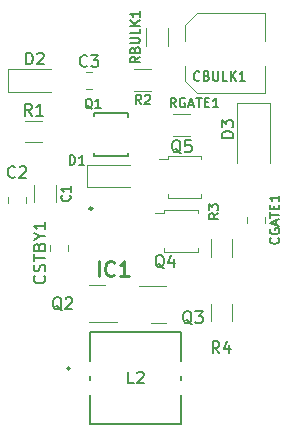
<source format=gbr>
%TF.GenerationSoftware,KiCad,Pcbnew,7.0.9*%
%TF.CreationDate,2024-04-10T11:27:04+02:00*%
%TF.ProjectId,Test_1_PD,54657374-5f31-45f5-9044-2e6b69636164,rev?*%
%TF.SameCoordinates,Original*%
%TF.FileFunction,Legend,Top*%
%TF.FilePolarity,Positive*%
%FSLAX46Y46*%
G04 Gerber Fmt 4.6, Leading zero omitted, Abs format (unit mm)*
G04 Created by KiCad (PCBNEW 7.0.9) date 2024-04-10 11:27:04*
%MOMM*%
%LPD*%
G01*
G04 APERTURE LIST*
%ADD10C,0.150000*%
%ADD11C,0.254000*%
%ADD12C,0.120000*%
%ADD13C,0.152400*%
%ADD14C,0.250000*%
G04 APERTURE END LIST*
D10*
X74842261Y-140575057D02*
X74747023Y-140527438D01*
X74747023Y-140527438D02*
X74651785Y-140432200D01*
X74651785Y-140432200D02*
X74508928Y-140289342D01*
X74508928Y-140289342D02*
X74413690Y-140241723D01*
X74413690Y-140241723D02*
X74318452Y-140241723D01*
X74366071Y-140479819D02*
X74270833Y-140432200D01*
X74270833Y-140432200D02*
X74175595Y-140336961D01*
X74175595Y-140336961D02*
X74127976Y-140146485D01*
X74127976Y-140146485D02*
X74127976Y-139813152D01*
X74127976Y-139813152D02*
X74175595Y-139622676D01*
X74175595Y-139622676D02*
X74270833Y-139527438D01*
X74270833Y-139527438D02*
X74366071Y-139479819D01*
X74366071Y-139479819D02*
X74556547Y-139479819D01*
X74556547Y-139479819D02*
X74651785Y-139527438D01*
X74651785Y-139527438D02*
X74747023Y-139622676D01*
X74747023Y-139622676D02*
X74794642Y-139813152D01*
X74794642Y-139813152D02*
X74794642Y-140146485D01*
X74794642Y-140146485D02*
X74747023Y-140336961D01*
X74747023Y-140336961D02*
X74651785Y-140432200D01*
X74651785Y-140432200D02*
X74556547Y-140479819D01*
X74556547Y-140479819D02*
X74366071Y-140479819D01*
X75175595Y-139575057D02*
X75223214Y-139527438D01*
X75223214Y-139527438D02*
X75318452Y-139479819D01*
X75318452Y-139479819D02*
X75556547Y-139479819D01*
X75556547Y-139479819D02*
X75651785Y-139527438D01*
X75651785Y-139527438D02*
X75699404Y-139575057D01*
X75699404Y-139575057D02*
X75747023Y-139670295D01*
X75747023Y-139670295D02*
X75747023Y-139765533D01*
X75747023Y-139765533D02*
X75699404Y-139908390D01*
X75699404Y-139908390D02*
X75127976Y-140479819D01*
X75127976Y-140479819D02*
X75747023Y-140479819D01*
X86498810Y-121061104D02*
X86460714Y-121099200D01*
X86460714Y-121099200D02*
X86346429Y-121137295D01*
X86346429Y-121137295D02*
X86270238Y-121137295D01*
X86270238Y-121137295D02*
X86155952Y-121099200D01*
X86155952Y-121099200D02*
X86079762Y-121023009D01*
X86079762Y-121023009D02*
X86041667Y-120946819D01*
X86041667Y-120946819D02*
X86003571Y-120794438D01*
X86003571Y-120794438D02*
X86003571Y-120680152D01*
X86003571Y-120680152D02*
X86041667Y-120527771D01*
X86041667Y-120527771D02*
X86079762Y-120451580D01*
X86079762Y-120451580D02*
X86155952Y-120375390D01*
X86155952Y-120375390D02*
X86270238Y-120337295D01*
X86270238Y-120337295D02*
X86346429Y-120337295D01*
X86346429Y-120337295D02*
X86460714Y-120375390D01*
X86460714Y-120375390D02*
X86498810Y-120413485D01*
X87108333Y-120718247D02*
X87222619Y-120756342D01*
X87222619Y-120756342D02*
X87260714Y-120794438D01*
X87260714Y-120794438D02*
X87298810Y-120870628D01*
X87298810Y-120870628D02*
X87298810Y-120984914D01*
X87298810Y-120984914D02*
X87260714Y-121061104D01*
X87260714Y-121061104D02*
X87222619Y-121099200D01*
X87222619Y-121099200D02*
X87146429Y-121137295D01*
X87146429Y-121137295D02*
X86841667Y-121137295D01*
X86841667Y-121137295D02*
X86841667Y-120337295D01*
X86841667Y-120337295D02*
X87108333Y-120337295D01*
X87108333Y-120337295D02*
X87184524Y-120375390D01*
X87184524Y-120375390D02*
X87222619Y-120413485D01*
X87222619Y-120413485D02*
X87260714Y-120489676D01*
X87260714Y-120489676D02*
X87260714Y-120565866D01*
X87260714Y-120565866D02*
X87222619Y-120642057D01*
X87222619Y-120642057D02*
X87184524Y-120680152D01*
X87184524Y-120680152D02*
X87108333Y-120718247D01*
X87108333Y-120718247D02*
X86841667Y-120718247D01*
X87641667Y-120337295D02*
X87641667Y-120984914D01*
X87641667Y-120984914D02*
X87679762Y-121061104D01*
X87679762Y-121061104D02*
X87717857Y-121099200D01*
X87717857Y-121099200D02*
X87794048Y-121137295D01*
X87794048Y-121137295D02*
X87946429Y-121137295D01*
X87946429Y-121137295D02*
X88022619Y-121099200D01*
X88022619Y-121099200D02*
X88060714Y-121061104D01*
X88060714Y-121061104D02*
X88098810Y-120984914D01*
X88098810Y-120984914D02*
X88098810Y-120337295D01*
X88860714Y-121137295D02*
X88479762Y-121137295D01*
X88479762Y-121137295D02*
X88479762Y-120337295D01*
X89127381Y-121137295D02*
X89127381Y-120337295D01*
X89584524Y-121137295D02*
X89241666Y-120680152D01*
X89584524Y-120337295D02*
X89127381Y-120794438D01*
X90346428Y-121137295D02*
X89889285Y-121137295D01*
X90117857Y-121137295D02*
X90117857Y-120337295D01*
X90117857Y-120337295D02*
X90041666Y-120451580D01*
X90041666Y-120451580D02*
X89965476Y-120527771D01*
X89965476Y-120527771D02*
X89889285Y-120565866D01*
X71811905Y-119754819D02*
X71811905Y-118754819D01*
X71811905Y-118754819D02*
X72050000Y-118754819D01*
X72050000Y-118754819D02*
X72192857Y-118802438D01*
X72192857Y-118802438D02*
X72288095Y-118897676D01*
X72288095Y-118897676D02*
X72335714Y-118992914D01*
X72335714Y-118992914D02*
X72383333Y-119183390D01*
X72383333Y-119183390D02*
X72383333Y-119326247D01*
X72383333Y-119326247D02*
X72335714Y-119516723D01*
X72335714Y-119516723D02*
X72288095Y-119611961D01*
X72288095Y-119611961D02*
X72192857Y-119707200D01*
X72192857Y-119707200D02*
X72050000Y-119754819D01*
X72050000Y-119754819D02*
X71811905Y-119754819D01*
X72764286Y-118850057D02*
X72811905Y-118802438D01*
X72811905Y-118802438D02*
X72907143Y-118754819D01*
X72907143Y-118754819D02*
X73145238Y-118754819D01*
X73145238Y-118754819D02*
X73240476Y-118802438D01*
X73240476Y-118802438D02*
X73288095Y-118850057D01*
X73288095Y-118850057D02*
X73335714Y-118945295D01*
X73335714Y-118945295D02*
X73335714Y-119040533D01*
X73335714Y-119040533D02*
X73288095Y-119183390D01*
X73288095Y-119183390D02*
X72716667Y-119754819D01*
X72716667Y-119754819D02*
X73335714Y-119754819D01*
X76983333Y-119859580D02*
X76935714Y-119907200D01*
X76935714Y-119907200D02*
X76792857Y-119954819D01*
X76792857Y-119954819D02*
X76697619Y-119954819D01*
X76697619Y-119954819D02*
X76554762Y-119907200D01*
X76554762Y-119907200D02*
X76459524Y-119811961D01*
X76459524Y-119811961D02*
X76411905Y-119716723D01*
X76411905Y-119716723D02*
X76364286Y-119526247D01*
X76364286Y-119526247D02*
X76364286Y-119383390D01*
X76364286Y-119383390D02*
X76411905Y-119192914D01*
X76411905Y-119192914D02*
X76459524Y-119097676D01*
X76459524Y-119097676D02*
X76554762Y-119002438D01*
X76554762Y-119002438D02*
X76697619Y-118954819D01*
X76697619Y-118954819D02*
X76792857Y-118954819D01*
X76792857Y-118954819D02*
X76935714Y-119002438D01*
X76935714Y-119002438D02*
X76983333Y-119050057D01*
X77316667Y-118954819D02*
X77935714Y-118954819D01*
X77935714Y-118954819D02*
X77602381Y-119335771D01*
X77602381Y-119335771D02*
X77745238Y-119335771D01*
X77745238Y-119335771D02*
X77840476Y-119383390D01*
X77840476Y-119383390D02*
X77888095Y-119431009D01*
X77888095Y-119431009D02*
X77935714Y-119526247D01*
X77935714Y-119526247D02*
X77935714Y-119764342D01*
X77935714Y-119764342D02*
X77888095Y-119859580D01*
X77888095Y-119859580D02*
X77840476Y-119907200D01*
X77840476Y-119907200D02*
X77745238Y-119954819D01*
X77745238Y-119954819D02*
X77459524Y-119954819D01*
X77459524Y-119954819D02*
X77364286Y-119907200D01*
X77364286Y-119907200D02*
X77316667Y-119859580D01*
X72308333Y-124084819D02*
X71975000Y-123608628D01*
X71736905Y-124084819D02*
X71736905Y-123084819D01*
X71736905Y-123084819D02*
X72117857Y-123084819D01*
X72117857Y-123084819D02*
X72213095Y-123132438D01*
X72213095Y-123132438D02*
X72260714Y-123180057D01*
X72260714Y-123180057D02*
X72308333Y-123275295D01*
X72308333Y-123275295D02*
X72308333Y-123418152D01*
X72308333Y-123418152D02*
X72260714Y-123513390D01*
X72260714Y-123513390D02*
X72213095Y-123561009D01*
X72213095Y-123561009D02*
X72117857Y-123608628D01*
X72117857Y-123608628D02*
X71736905Y-123608628D01*
X73260714Y-124084819D02*
X72689286Y-124084819D01*
X72975000Y-124084819D02*
X72975000Y-123084819D01*
X72975000Y-123084819D02*
X72879762Y-123227676D01*
X72879762Y-123227676D02*
X72784524Y-123322914D01*
X72784524Y-123322914D02*
X72689286Y-123370533D01*
X93161104Y-134442856D02*
X93199200Y-134480952D01*
X93199200Y-134480952D02*
X93237295Y-134595237D01*
X93237295Y-134595237D02*
X93237295Y-134671428D01*
X93237295Y-134671428D02*
X93199200Y-134785714D01*
X93199200Y-134785714D02*
X93123009Y-134861904D01*
X93123009Y-134861904D02*
X93046819Y-134899999D01*
X93046819Y-134899999D02*
X92894438Y-134938095D01*
X92894438Y-134938095D02*
X92780152Y-134938095D01*
X92780152Y-134938095D02*
X92627771Y-134899999D01*
X92627771Y-134899999D02*
X92551580Y-134861904D01*
X92551580Y-134861904D02*
X92475390Y-134785714D01*
X92475390Y-134785714D02*
X92437295Y-134671428D01*
X92437295Y-134671428D02*
X92437295Y-134595237D01*
X92437295Y-134595237D02*
X92475390Y-134480952D01*
X92475390Y-134480952D02*
X92513485Y-134442856D01*
X92475390Y-133680952D02*
X92437295Y-133757142D01*
X92437295Y-133757142D02*
X92437295Y-133871428D01*
X92437295Y-133871428D02*
X92475390Y-133985714D01*
X92475390Y-133985714D02*
X92551580Y-134061904D01*
X92551580Y-134061904D02*
X92627771Y-134099999D01*
X92627771Y-134099999D02*
X92780152Y-134138095D01*
X92780152Y-134138095D02*
X92894438Y-134138095D01*
X92894438Y-134138095D02*
X93046819Y-134099999D01*
X93046819Y-134099999D02*
X93123009Y-134061904D01*
X93123009Y-134061904D02*
X93199200Y-133985714D01*
X93199200Y-133985714D02*
X93237295Y-133871428D01*
X93237295Y-133871428D02*
X93237295Y-133795237D01*
X93237295Y-133795237D02*
X93199200Y-133680952D01*
X93199200Y-133680952D02*
X93161104Y-133642856D01*
X93161104Y-133642856D02*
X92894438Y-133642856D01*
X92894438Y-133642856D02*
X92894438Y-133795237D01*
X93008723Y-133338095D02*
X93008723Y-132957142D01*
X93237295Y-133414285D02*
X92437295Y-133147618D01*
X92437295Y-133147618D02*
X93237295Y-132880952D01*
X92437295Y-132728571D02*
X92437295Y-132271428D01*
X93237295Y-132500000D02*
X92437295Y-132500000D01*
X92818247Y-132004761D02*
X92818247Y-131738095D01*
X93237295Y-131623809D02*
X93237295Y-132004761D01*
X93237295Y-132004761D02*
X92437295Y-132004761D01*
X92437295Y-132004761D02*
X92437295Y-131623809D01*
X93237295Y-130861904D02*
X93237295Y-131319047D01*
X93237295Y-131090475D02*
X92437295Y-131090475D01*
X92437295Y-131090475D02*
X92551580Y-131166666D01*
X92551580Y-131166666D02*
X92627771Y-131242856D01*
X92627771Y-131242856D02*
X92665866Y-131319047D01*
X83504761Y-137000057D02*
X83409523Y-136952438D01*
X83409523Y-136952438D02*
X83314285Y-136857200D01*
X83314285Y-136857200D02*
X83171428Y-136714342D01*
X83171428Y-136714342D02*
X83076190Y-136666723D01*
X83076190Y-136666723D02*
X82980952Y-136666723D01*
X83028571Y-136904819D02*
X82933333Y-136857200D01*
X82933333Y-136857200D02*
X82838095Y-136761961D01*
X82838095Y-136761961D02*
X82790476Y-136571485D01*
X82790476Y-136571485D02*
X82790476Y-136238152D01*
X82790476Y-136238152D02*
X82838095Y-136047676D01*
X82838095Y-136047676D02*
X82933333Y-135952438D01*
X82933333Y-135952438D02*
X83028571Y-135904819D01*
X83028571Y-135904819D02*
X83219047Y-135904819D01*
X83219047Y-135904819D02*
X83314285Y-135952438D01*
X83314285Y-135952438D02*
X83409523Y-136047676D01*
X83409523Y-136047676D02*
X83457142Y-136238152D01*
X83457142Y-136238152D02*
X83457142Y-136571485D01*
X83457142Y-136571485D02*
X83409523Y-136761961D01*
X83409523Y-136761961D02*
X83314285Y-136857200D01*
X83314285Y-136857200D02*
X83219047Y-136904819D01*
X83219047Y-136904819D02*
X83028571Y-136904819D01*
X84314285Y-136238152D02*
X84314285Y-136904819D01*
X84076190Y-135857200D02*
X83838095Y-136571485D01*
X83838095Y-136571485D02*
X84457142Y-136571485D01*
X80933333Y-146754819D02*
X80457143Y-146754819D01*
X80457143Y-146754819D02*
X80457143Y-145754819D01*
X81219048Y-145850057D02*
X81266667Y-145802438D01*
X81266667Y-145802438D02*
X81361905Y-145754819D01*
X81361905Y-145754819D02*
X81600000Y-145754819D01*
X81600000Y-145754819D02*
X81695238Y-145802438D01*
X81695238Y-145802438D02*
X81742857Y-145850057D01*
X81742857Y-145850057D02*
X81790476Y-145945295D01*
X81790476Y-145945295D02*
X81790476Y-146040533D01*
X81790476Y-146040533D02*
X81742857Y-146183390D01*
X81742857Y-146183390D02*
X81171429Y-146754819D01*
X81171429Y-146754819D02*
X81790476Y-146754819D01*
X81442295Y-119101189D02*
X81061342Y-119367856D01*
X81442295Y-119558332D02*
X80642295Y-119558332D01*
X80642295Y-119558332D02*
X80642295Y-119253570D01*
X80642295Y-119253570D02*
X80680390Y-119177380D01*
X80680390Y-119177380D02*
X80718485Y-119139285D01*
X80718485Y-119139285D02*
X80794676Y-119101189D01*
X80794676Y-119101189D02*
X80908961Y-119101189D01*
X80908961Y-119101189D02*
X80985152Y-119139285D01*
X80985152Y-119139285D02*
X81023247Y-119177380D01*
X81023247Y-119177380D02*
X81061342Y-119253570D01*
X81061342Y-119253570D02*
X81061342Y-119558332D01*
X81023247Y-118491666D02*
X81061342Y-118377380D01*
X81061342Y-118377380D02*
X81099438Y-118339285D01*
X81099438Y-118339285D02*
X81175628Y-118301189D01*
X81175628Y-118301189D02*
X81289914Y-118301189D01*
X81289914Y-118301189D02*
X81366104Y-118339285D01*
X81366104Y-118339285D02*
X81404200Y-118377380D01*
X81404200Y-118377380D02*
X81442295Y-118453570D01*
X81442295Y-118453570D02*
X81442295Y-118758332D01*
X81442295Y-118758332D02*
X80642295Y-118758332D01*
X80642295Y-118758332D02*
X80642295Y-118491666D01*
X80642295Y-118491666D02*
X80680390Y-118415475D01*
X80680390Y-118415475D02*
X80718485Y-118377380D01*
X80718485Y-118377380D02*
X80794676Y-118339285D01*
X80794676Y-118339285D02*
X80870866Y-118339285D01*
X80870866Y-118339285D02*
X80947057Y-118377380D01*
X80947057Y-118377380D02*
X80985152Y-118415475D01*
X80985152Y-118415475D02*
X81023247Y-118491666D01*
X81023247Y-118491666D02*
X81023247Y-118758332D01*
X80642295Y-117958332D02*
X81289914Y-117958332D01*
X81289914Y-117958332D02*
X81366104Y-117920237D01*
X81366104Y-117920237D02*
X81404200Y-117882142D01*
X81404200Y-117882142D02*
X81442295Y-117805951D01*
X81442295Y-117805951D02*
X81442295Y-117653570D01*
X81442295Y-117653570D02*
X81404200Y-117577380D01*
X81404200Y-117577380D02*
X81366104Y-117539285D01*
X81366104Y-117539285D02*
X81289914Y-117501189D01*
X81289914Y-117501189D02*
X80642295Y-117501189D01*
X81442295Y-116739285D02*
X81442295Y-117120237D01*
X81442295Y-117120237D02*
X80642295Y-117120237D01*
X81442295Y-116472618D02*
X80642295Y-116472618D01*
X81442295Y-116015475D02*
X80985152Y-116358333D01*
X80642295Y-116015475D02*
X81099438Y-116472618D01*
X81442295Y-115253571D02*
X81442295Y-115710714D01*
X81442295Y-115482142D02*
X80642295Y-115482142D01*
X80642295Y-115482142D02*
X80756580Y-115558333D01*
X80756580Y-115558333D02*
X80832771Y-115634523D01*
X80832771Y-115634523D02*
X80870866Y-115710714D01*
X84507143Y-123387295D02*
X84240476Y-123006342D01*
X84050000Y-123387295D02*
X84050000Y-122587295D01*
X84050000Y-122587295D02*
X84354762Y-122587295D01*
X84354762Y-122587295D02*
X84430952Y-122625390D01*
X84430952Y-122625390D02*
X84469047Y-122663485D01*
X84469047Y-122663485D02*
X84507143Y-122739676D01*
X84507143Y-122739676D02*
X84507143Y-122853961D01*
X84507143Y-122853961D02*
X84469047Y-122930152D01*
X84469047Y-122930152D02*
X84430952Y-122968247D01*
X84430952Y-122968247D02*
X84354762Y-123006342D01*
X84354762Y-123006342D02*
X84050000Y-123006342D01*
X85269047Y-122625390D02*
X85192857Y-122587295D01*
X85192857Y-122587295D02*
X85078571Y-122587295D01*
X85078571Y-122587295D02*
X84964285Y-122625390D01*
X84964285Y-122625390D02*
X84888095Y-122701580D01*
X84888095Y-122701580D02*
X84850000Y-122777771D01*
X84850000Y-122777771D02*
X84811904Y-122930152D01*
X84811904Y-122930152D02*
X84811904Y-123044438D01*
X84811904Y-123044438D02*
X84850000Y-123196819D01*
X84850000Y-123196819D02*
X84888095Y-123273009D01*
X84888095Y-123273009D02*
X84964285Y-123349200D01*
X84964285Y-123349200D02*
X85078571Y-123387295D01*
X85078571Y-123387295D02*
X85154762Y-123387295D01*
X85154762Y-123387295D02*
X85269047Y-123349200D01*
X85269047Y-123349200D02*
X85307143Y-123311104D01*
X85307143Y-123311104D02*
X85307143Y-123044438D01*
X85307143Y-123044438D02*
X85154762Y-123044438D01*
X85611904Y-123158723D02*
X85992857Y-123158723D01*
X85535714Y-123387295D02*
X85802381Y-122587295D01*
X85802381Y-122587295D02*
X86069047Y-123387295D01*
X86221428Y-122587295D02*
X86678571Y-122587295D01*
X86449999Y-123387295D02*
X86449999Y-122587295D01*
X86945238Y-122968247D02*
X87211904Y-122968247D01*
X87326190Y-123387295D02*
X86945238Y-123387295D01*
X86945238Y-123387295D02*
X86945238Y-122587295D01*
X86945238Y-122587295D02*
X87326190Y-122587295D01*
X88088095Y-123387295D02*
X87630952Y-123387295D01*
X87859524Y-123387295D02*
X87859524Y-122587295D01*
X87859524Y-122587295D02*
X87783333Y-122701580D01*
X87783333Y-122701580D02*
X87707143Y-122777771D01*
X87707143Y-122777771D02*
X87630952Y-122815866D01*
X77423809Y-123513485D02*
X77347619Y-123475390D01*
X77347619Y-123475390D02*
X77271428Y-123399200D01*
X77271428Y-123399200D02*
X77157142Y-123284914D01*
X77157142Y-123284914D02*
X77080952Y-123246819D01*
X77080952Y-123246819D02*
X77004761Y-123246819D01*
X77042857Y-123437295D02*
X76966666Y-123399200D01*
X76966666Y-123399200D02*
X76890476Y-123323009D01*
X76890476Y-123323009D02*
X76852380Y-123170628D01*
X76852380Y-123170628D02*
X76852380Y-122903961D01*
X76852380Y-122903961D02*
X76890476Y-122751580D01*
X76890476Y-122751580D02*
X76966666Y-122675390D01*
X76966666Y-122675390D02*
X77042857Y-122637295D01*
X77042857Y-122637295D02*
X77195238Y-122637295D01*
X77195238Y-122637295D02*
X77271428Y-122675390D01*
X77271428Y-122675390D02*
X77347619Y-122751580D01*
X77347619Y-122751580D02*
X77385714Y-122903961D01*
X77385714Y-122903961D02*
X77385714Y-123170628D01*
X77385714Y-123170628D02*
X77347619Y-123323009D01*
X77347619Y-123323009D02*
X77271428Y-123399200D01*
X77271428Y-123399200D02*
X77195238Y-123437295D01*
X77195238Y-123437295D02*
X77042857Y-123437295D01*
X78147618Y-123437295D02*
X77690475Y-123437295D01*
X77919047Y-123437295D02*
X77919047Y-122637295D01*
X77919047Y-122637295D02*
X77842856Y-122751580D01*
X77842856Y-122751580D02*
X77766666Y-122827771D01*
X77766666Y-122827771D02*
X77690475Y-122865866D01*
X85854761Y-141750057D02*
X85759523Y-141702438D01*
X85759523Y-141702438D02*
X85664285Y-141607200D01*
X85664285Y-141607200D02*
X85521428Y-141464342D01*
X85521428Y-141464342D02*
X85426190Y-141416723D01*
X85426190Y-141416723D02*
X85330952Y-141416723D01*
X85378571Y-141654819D02*
X85283333Y-141607200D01*
X85283333Y-141607200D02*
X85188095Y-141511961D01*
X85188095Y-141511961D02*
X85140476Y-141321485D01*
X85140476Y-141321485D02*
X85140476Y-140988152D01*
X85140476Y-140988152D02*
X85188095Y-140797676D01*
X85188095Y-140797676D02*
X85283333Y-140702438D01*
X85283333Y-140702438D02*
X85378571Y-140654819D01*
X85378571Y-140654819D02*
X85569047Y-140654819D01*
X85569047Y-140654819D02*
X85664285Y-140702438D01*
X85664285Y-140702438D02*
X85759523Y-140797676D01*
X85759523Y-140797676D02*
X85807142Y-140988152D01*
X85807142Y-140988152D02*
X85807142Y-141321485D01*
X85807142Y-141321485D02*
X85759523Y-141511961D01*
X85759523Y-141511961D02*
X85664285Y-141607200D01*
X85664285Y-141607200D02*
X85569047Y-141654819D01*
X85569047Y-141654819D02*
X85378571Y-141654819D01*
X86140476Y-140654819D02*
X86759523Y-140654819D01*
X86759523Y-140654819D02*
X86426190Y-141035771D01*
X86426190Y-141035771D02*
X86569047Y-141035771D01*
X86569047Y-141035771D02*
X86664285Y-141083390D01*
X86664285Y-141083390D02*
X86711904Y-141131009D01*
X86711904Y-141131009D02*
X86759523Y-141226247D01*
X86759523Y-141226247D02*
X86759523Y-141464342D01*
X86759523Y-141464342D02*
X86711904Y-141559580D01*
X86711904Y-141559580D02*
X86664285Y-141607200D01*
X86664285Y-141607200D02*
X86569047Y-141654819D01*
X86569047Y-141654819D02*
X86283333Y-141654819D01*
X86283333Y-141654819D02*
X86188095Y-141607200D01*
X86188095Y-141607200D02*
X86140476Y-141559580D01*
X75511104Y-130833332D02*
X75549200Y-130871428D01*
X75549200Y-130871428D02*
X75587295Y-130985713D01*
X75587295Y-130985713D02*
X75587295Y-131061904D01*
X75587295Y-131061904D02*
X75549200Y-131176190D01*
X75549200Y-131176190D02*
X75473009Y-131252380D01*
X75473009Y-131252380D02*
X75396819Y-131290475D01*
X75396819Y-131290475D02*
X75244438Y-131328571D01*
X75244438Y-131328571D02*
X75130152Y-131328571D01*
X75130152Y-131328571D02*
X74977771Y-131290475D01*
X74977771Y-131290475D02*
X74901580Y-131252380D01*
X74901580Y-131252380D02*
X74825390Y-131176190D01*
X74825390Y-131176190D02*
X74787295Y-131061904D01*
X74787295Y-131061904D02*
X74787295Y-130985713D01*
X74787295Y-130985713D02*
X74825390Y-130871428D01*
X74825390Y-130871428D02*
X74863485Y-130833332D01*
X75587295Y-130071428D02*
X75587295Y-130528571D01*
X75587295Y-130299999D02*
X74787295Y-130299999D01*
X74787295Y-130299999D02*
X74901580Y-130376190D01*
X74901580Y-130376190D02*
X74977771Y-130452380D01*
X74977771Y-130452380D02*
X75015866Y-130528571D01*
X88087295Y-132358332D02*
X87706342Y-132624999D01*
X88087295Y-132815475D02*
X87287295Y-132815475D01*
X87287295Y-132815475D02*
X87287295Y-132510713D01*
X87287295Y-132510713D02*
X87325390Y-132434523D01*
X87325390Y-132434523D02*
X87363485Y-132396428D01*
X87363485Y-132396428D02*
X87439676Y-132358332D01*
X87439676Y-132358332D02*
X87553961Y-132358332D01*
X87553961Y-132358332D02*
X87630152Y-132396428D01*
X87630152Y-132396428D02*
X87668247Y-132434523D01*
X87668247Y-132434523D02*
X87706342Y-132510713D01*
X87706342Y-132510713D02*
X87706342Y-132815475D01*
X87287295Y-132091666D02*
X87287295Y-131596428D01*
X87287295Y-131596428D02*
X87592057Y-131863094D01*
X87592057Y-131863094D02*
X87592057Y-131748809D01*
X87592057Y-131748809D02*
X87630152Y-131672618D01*
X87630152Y-131672618D02*
X87668247Y-131634523D01*
X87668247Y-131634523D02*
X87744438Y-131596428D01*
X87744438Y-131596428D02*
X87934914Y-131596428D01*
X87934914Y-131596428D02*
X88011104Y-131634523D01*
X88011104Y-131634523D02*
X88049200Y-131672618D01*
X88049200Y-131672618D02*
X88087295Y-131748809D01*
X88087295Y-131748809D02*
X88087295Y-131977380D01*
X88087295Y-131977380D02*
X88049200Y-132053571D01*
X88049200Y-132053571D02*
X88011104Y-132091666D01*
X81566667Y-123112295D02*
X81300000Y-122731342D01*
X81109524Y-123112295D02*
X81109524Y-122312295D01*
X81109524Y-122312295D02*
X81414286Y-122312295D01*
X81414286Y-122312295D02*
X81490476Y-122350390D01*
X81490476Y-122350390D02*
X81528571Y-122388485D01*
X81528571Y-122388485D02*
X81566667Y-122464676D01*
X81566667Y-122464676D02*
X81566667Y-122578961D01*
X81566667Y-122578961D02*
X81528571Y-122655152D01*
X81528571Y-122655152D02*
X81490476Y-122693247D01*
X81490476Y-122693247D02*
X81414286Y-122731342D01*
X81414286Y-122731342D02*
X81109524Y-122731342D01*
X81871428Y-122388485D02*
X81909524Y-122350390D01*
X81909524Y-122350390D02*
X81985714Y-122312295D01*
X81985714Y-122312295D02*
X82176190Y-122312295D01*
X82176190Y-122312295D02*
X82252381Y-122350390D01*
X82252381Y-122350390D02*
X82290476Y-122388485D01*
X82290476Y-122388485D02*
X82328571Y-122464676D01*
X82328571Y-122464676D02*
X82328571Y-122540866D01*
X82328571Y-122540866D02*
X82290476Y-122655152D01*
X82290476Y-122655152D02*
X81833333Y-123112295D01*
X81833333Y-123112295D02*
X82328571Y-123112295D01*
X88183333Y-144204819D02*
X87850000Y-143728628D01*
X87611905Y-144204819D02*
X87611905Y-143204819D01*
X87611905Y-143204819D02*
X87992857Y-143204819D01*
X87992857Y-143204819D02*
X88088095Y-143252438D01*
X88088095Y-143252438D02*
X88135714Y-143300057D01*
X88135714Y-143300057D02*
X88183333Y-143395295D01*
X88183333Y-143395295D02*
X88183333Y-143538152D01*
X88183333Y-143538152D02*
X88135714Y-143633390D01*
X88135714Y-143633390D02*
X88088095Y-143681009D01*
X88088095Y-143681009D02*
X87992857Y-143728628D01*
X87992857Y-143728628D02*
X87611905Y-143728628D01*
X89040476Y-143538152D02*
X89040476Y-144204819D01*
X88802381Y-143157200D02*
X88564286Y-143871485D01*
X88564286Y-143871485D02*
X89183333Y-143871485D01*
X73359580Y-137652381D02*
X73407200Y-137700000D01*
X73407200Y-137700000D02*
X73454819Y-137842857D01*
X73454819Y-137842857D02*
X73454819Y-137938095D01*
X73454819Y-137938095D02*
X73407200Y-138080952D01*
X73407200Y-138080952D02*
X73311961Y-138176190D01*
X73311961Y-138176190D02*
X73216723Y-138223809D01*
X73216723Y-138223809D02*
X73026247Y-138271428D01*
X73026247Y-138271428D02*
X72883390Y-138271428D01*
X72883390Y-138271428D02*
X72692914Y-138223809D01*
X72692914Y-138223809D02*
X72597676Y-138176190D01*
X72597676Y-138176190D02*
X72502438Y-138080952D01*
X72502438Y-138080952D02*
X72454819Y-137938095D01*
X72454819Y-137938095D02*
X72454819Y-137842857D01*
X72454819Y-137842857D02*
X72502438Y-137700000D01*
X72502438Y-137700000D02*
X72550057Y-137652381D01*
X73407200Y-137271428D02*
X73454819Y-137128571D01*
X73454819Y-137128571D02*
X73454819Y-136890476D01*
X73454819Y-136890476D02*
X73407200Y-136795238D01*
X73407200Y-136795238D02*
X73359580Y-136747619D01*
X73359580Y-136747619D02*
X73264342Y-136700000D01*
X73264342Y-136700000D02*
X73169104Y-136700000D01*
X73169104Y-136700000D02*
X73073866Y-136747619D01*
X73073866Y-136747619D02*
X73026247Y-136795238D01*
X73026247Y-136795238D02*
X72978628Y-136890476D01*
X72978628Y-136890476D02*
X72931009Y-137080952D01*
X72931009Y-137080952D02*
X72883390Y-137176190D01*
X72883390Y-137176190D02*
X72835771Y-137223809D01*
X72835771Y-137223809D02*
X72740533Y-137271428D01*
X72740533Y-137271428D02*
X72645295Y-137271428D01*
X72645295Y-137271428D02*
X72550057Y-137223809D01*
X72550057Y-137223809D02*
X72502438Y-137176190D01*
X72502438Y-137176190D02*
X72454819Y-137080952D01*
X72454819Y-137080952D02*
X72454819Y-136842857D01*
X72454819Y-136842857D02*
X72502438Y-136700000D01*
X72454819Y-136414285D02*
X72454819Y-135842857D01*
X73454819Y-136128571D02*
X72454819Y-136128571D01*
X72931009Y-135176190D02*
X72978628Y-135033333D01*
X72978628Y-135033333D02*
X73026247Y-134985714D01*
X73026247Y-134985714D02*
X73121485Y-134938095D01*
X73121485Y-134938095D02*
X73264342Y-134938095D01*
X73264342Y-134938095D02*
X73359580Y-134985714D01*
X73359580Y-134985714D02*
X73407200Y-135033333D01*
X73407200Y-135033333D02*
X73454819Y-135128571D01*
X73454819Y-135128571D02*
X73454819Y-135509523D01*
X73454819Y-135509523D02*
X72454819Y-135509523D01*
X72454819Y-135509523D02*
X72454819Y-135176190D01*
X72454819Y-135176190D02*
X72502438Y-135080952D01*
X72502438Y-135080952D02*
X72550057Y-135033333D01*
X72550057Y-135033333D02*
X72645295Y-134985714D01*
X72645295Y-134985714D02*
X72740533Y-134985714D01*
X72740533Y-134985714D02*
X72835771Y-135033333D01*
X72835771Y-135033333D02*
X72883390Y-135080952D01*
X72883390Y-135080952D02*
X72931009Y-135176190D01*
X72931009Y-135176190D02*
X72931009Y-135509523D01*
X72978628Y-134319047D02*
X73454819Y-134319047D01*
X72454819Y-134652380D02*
X72978628Y-134319047D01*
X72978628Y-134319047D02*
X72454819Y-133985714D01*
X73454819Y-133128571D02*
X73454819Y-133699999D01*
X73454819Y-133414285D02*
X72454819Y-133414285D01*
X72454819Y-133414285D02*
X72597676Y-133509523D01*
X72597676Y-133509523D02*
X72692914Y-133604761D01*
X72692914Y-133604761D02*
X72740533Y-133699999D01*
X70883333Y-129259580D02*
X70835714Y-129307200D01*
X70835714Y-129307200D02*
X70692857Y-129354819D01*
X70692857Y-129354819D02*
X70597619Y-129354819D01*
X70597619Y-129354819D02*
X70454762Y-129307200D01*
X70454762Y-129307200D02*
X70359524Y-129211961D01*
X70359524Y-129211961D02*
X70311905Y-129116723D01*
X70311905Y-129116723D02*
X70264286Y-128926247D01*
X70264286Y-128926247D02*
X70264286Y-128783390D01*
X70264286Y-128783390D02*
X70311905Y-128592914D01*
X70311905Y-128592914D02*
X70359524Y-128497676D01*
X70359524Y-128497676D02*
X70454762Y-128402438D01*
X70454762Y-128402438D02*
X70597619Y-128354819D01*
X70597619Y-128354819D02*
X70692857Y-128354819D01*
X70692857Y-128354819D02*
X70835714Y-128402438D01*
X70835714Y-128402438D02*
X70883333Y-128450057D01*
X71264286Y-128450057D02*
X71311905Y-128402438D01*
X71311905Y-128402438D02*
X71407143Y-128354819D01*
X71407143Y-128354819D02*
X71645238Y-128354819D01*
X71645238Y-128354819D02*
X71740476Y-128402438D01*
X71740476Y-128402438D02*
X71788095Y-128450057D01*
X71788095Y-128450057D02*
X71835714Y-128545295D01*
X71835714Y-128545295D02*
X71835714Y-128640533D01*
X71835714Y-128640533D02*
X71788095Y-128783390D01*
X71788095Y-128783390D02*
X71216667Y-129354819D01*
X71216667Y-129354819D02*
X71835714Y-129354819D01*
X89379819Y-125988094D02*
X88379819Y-125988094D01*
X88379819Y-125988094D02*
X88379819Y-125749999D01*
X88379819Y-125749999D02*
X88427438Y-125607142D01*
X88427438Y-125607142D02*
X88522676Y-125511904D01*
X88522676Y-125511904D02*
X88617914Y-125464285D01*
X88617914Y-125464285D02*
X88808390Y-125416666D01*
X88808390Y-125416666D02*
X88951247Y-125416666D01*
X88951247Y-125416666D02*
X89141723Y-125464285D01*
X89141723Y-125464285D02*
X89236961Y-125511904D01*
X89236961Y-125511904D02*
X89332200Y-125607142D01*
X89332200Y-125607142D02*
X89379819Y-125749999D01*
X89379819Y-125749999D02*
X89379819Y-125988094D01*
X88379819Y-125083332D02*
X88379819Y-124464285D01*
X88379819Y-124464285D02*
X88760771Y-124797618D01*
X88760771Y-124797618D02*
X88760771Y-124654761D01*
X88760771Y-124654761D02*
X88808390Y-124559523D01*
X88808390Y-124559523D02*
X88856009Y-124511904D01*
X88856009Y-124511904D02*
X88951247Y-124464285D01*
X88951247Y-124464285D02*
X89189342Y-124464285D01*
X89189342Y-124464285D02*
X89284580Y-124511904D01*
X89284580Y-124511904D02*
X89332200Y-124559523D01*
X89332200Y-124559523D02*
X89379819Y-124654761D01*
X89379819Y-124654761D02*
X89379819Y-124940475D01*
X89379819Y-124940475D02*
X89332200Y-125035713D01*
X89332200Y-125035713D02*
X89284580Y-125083332D01*
X75534524Y-128237295D02*
X75534524Y-127437295D01*
X75534524Y-127437295D02*
X75725000Y-127437295D01*
X75725000Y-127437295D02*
X75839286Y-127475390D01*
X75839286Y-127475390D02*
X75915476Y-127551580D01*
X75915476Y-127551580D02*
X75953571Y-127627771D01*
X75953571Y-127627771D02*
X75991667Y-127780152D01*
X75991667Y-127780152D02*
X75991667Y-127894438D01*
X75991667Y-127894438D02*
X75953571Y-128046819D01*
X75953571Y-128046819D02*
X75915476Y-128123009D01*
X75915476Y-128123009D02*
X75839286Y-128199200D01*
X75839286Y-128199200D02*
X75725000Y-128237295D01*
X75725000Y-128237295D02*
X75534524Y-128237295D01*
X76753571Y-128237295D02*
X76296428Y-128237295D01*
X76525000Y-128237295D02*
X76525000Y-127437295D01*
X76525000Y-127437295D02*
X76448809Y-127551580D01*
X76448809Y-127551580D02*
X76372619Y-127627771D01*
X76372619Y-127627771D02*
X76296428Y-127665866D01*
D11*
X77960237Y-137674318D02*
X77960237Y-136404318D01*
X79290714Y-137553365D02*
X79230238Y-137613842D01*
X79230238Y-137613842D02*
X79048809Y-137674318D01*
X79048809Y-137674318D02*
X78927857Y-137674318D01*
X78927857Y-137674318D02*
X78746428Y-137613842D01*
X78746428Y-137613842D02*
X78625476Y-137492889D01*
X78625476Y-137492889D02*
X78564999Y-137371937D01*
X78564999Y-137371937D02*
X78504523Y-137130032D01*
X78504523Y-137130032D02*
X78504523Y-136948603D01*
X78504523Y-136948603D02*
X78564999Y-136706699D01*
X78564999Y-136706699D02*
X78625476Y-136585746D01*
X78625476Y-136585746D02*
X78746428Y-136464794D01*
X78746428Y-136464794D02*
X78927857Y-136404318D01*
X78927857Y-136404318D02*
X79048809Y-136404318D01*
X79048809Y-136404318D02*
X79230238Y-136464794D01*
X79230238Y-136464794D02*
X79290714Y-136525270D01*
X80500238Y-137674318D02*
X79774523Y-137674318D01*
X80137380Y-137674318D02*
X80137380Y-136404318D01*
X80137380Y-136404318D02*
X80016428Y-136585746D01*
X80016428Y-136585746D02*
X79895476Y-136706699D01*
X79895476Y-136706699D02*
X79774523Y-136767175D01*
D10*
X84919761Y-127274057D02*
X84824523Y-127226438D01*
X84824523Y-127226438D02*
X84729285Y-127131200D01*
X84729285Y-127131200D02*
X84586428Y-126988342D01*
X84586428Y-126988342D02*
X84491190Y-126940723D01*
X84491190Y-126940723D02*
X84395952Y-126940723D01*
X84443571Y-127178819D02*
X84348333Y-127131200D01*
X84348333Y-127131200D02*
X84253095Y-127035961D01*
X84253095Y-127035961D02*
X84205476Y-126845485D01*
X84205476Y-126845485D02*
X84205476Y-126512152D01*
X84205476Y-126512152D02*
X84253095Y-126321676D01*
X84253095Y-126321676D02*
X84348333Y-126226438D01*
X84348333Y-126226438D02*
X84443571Y-126178819D01*
X84443571Y-126178819D02*
X84634047Y-126178819D01*
X84634047Y-126178819D02*
X84729285Y-126226438D01*
X84729285Y-126226438D02*
X84824523Y-126321676D01*
X84824523Y-126321676D02*
X84872142Y-126512152D01*
X84872142Y-126512152D02*
X84872142Y-126845485D01*
X84872142Y-126845485D02*
X84824523Y-127035961D01*
X84824523Y-127035961D02*
X84729285Y-127131200D01*
X84729285Y-127131200D02*
X84634047Y-127178819D01*
X84634047Y-127178819D02*
X84443571Y-127178819D01*
X85776904Y-126178819D02*
X85300714Y-126178819D01*
X85300714Y-126178819D02*
X85253095Y-126655009D01*
X85253095Y-126655009D02*
X85300714Y-126607390D01*
X85300714Y-126607390D02*
X85395952Y-126559771D01*
X85395952Y-126559771D02*
X85634047Y-126559771D01*
X85634047Y-126559771D02*
X85729285Y-126607390D01*
X85729285Y-126607390D02*
X85776904Y-126655009D01*
X85776904Y-126655009D02*
X85824523Y-126750247D01*
X85824523Y-126750247D02*
X85824523Y-126988342D01*
X85824523Y-126988342D02*
X85776904Y-127083580D01*
X85776904Y-127083580D02*
X85729285Y-127131200D01*
X85729285Y-127131200D02*
X85634047Y-127178819D01*
X85634047Y-127178819D02*
X85395952Y-127178819D01*
X85395952Y-127178819D02*
X85300714Y-127131200D01*
X85300714Y-127131200D02*
X85253095Y-127083580D01*
D12*
%TO.C,Q2*%
X77837500Y-141585000D02*
X79512500Y-141585000D01*
X77837500Y-141585000D02*
X77187500Y-141585000D01*
X77837500Y-138465000D02*
X78487500Y-138465000D01*
X77837500Y-138465000D02*
X77187500Y-138465000D01*
%TO.C,CBULK1*%
X85252500Y-116454437D02*
X85252500Y-117740000D01*
X85252500Y-116454437D02*
X86316937Y-115390000D01*
X85252500Y-121145563D02*
X85252500Y-119860000D01*
X85252500Y-121145563D02*
X86316937Y-122210000D01*
X86316937Y-115390000D02*
X92072500Y-115390000D01*
X86316937Y-122210000D02*
X92072500Y-122210000D01*
X92072500Y-115390000D02*
X92072500Y-117740000D01*
X92072500Y-122210000D02*
X92072500Y-119860000D01*
%TO.C,D2*%
X70290000Y-120150000D02*
X70290000Y-122050000D01*
X70290000Y-120150000D02*
X73950000Y-120150000D01*
X70290000Y-122050000D02*
X73950000Y-122050000D01*
%TO.C,C3*%
X77411252Y-121835000D02*
X76888748Y-121835000D01*
X77411252Y-120365000D02*
X76888748Y-120365000D01*
%TO.C,R1*%
X71747936Y-124540000D02*
X73202064Y-124540000D01*
X71747936Y-126360000D02*
X73202064Y-126360000D01*
%TO.C,CGATE1*%
X92010000Y-132638748D02*
X92010000Y-133161252D01*
X90540000Y-132638748D02*
X90540000Y-133161252D01*
%TO.C,Q4*%
X82765000Y-132349000D02*
X83495000Y-132349000D01*
X83495000Y-132054000D02*
X83495000Y-132349000D01*
X83495000Y-135299000D02*
X83495000Y-135594000D01*
X83495000Y-135594000D02*
X86335000Y-135594000D01*
X86335000Y-132054000D02*
X83495000Y-132054000D01*
X86335000Y-132349000D02*
X86335000Y-132054000D01*
X86335000Y-135594000D02*
X86335000Y-135299000D01*
D13*
%TO.C,L2*%
X77226500Y-142426500D02*
X77226500Y-144836960D01*
X77226500Y-146162840D02*
X77226500Y-146437160D01*
X77226500Y-147763040D02*
X77226500Y-150173500D01*
X77226500Y-150173500D02*
X84973500Y-150173500D01*
X84973500Y-142426500D02*
X77226500Y-142426500D01*
X84973500Y-144836960D02*
X84973500Y-142426500D01*
X84973500Y-146437160D02*
X84973500Y-146162840D01*
X84973500Y-150173500D02*
X84973500Y-147763040D01*
X75499300Y-145499900D02*
G75*
G03*
X75499300Y-145499900I-101600J0D01*
G01*
D12*
%TO.C,RBULK1*%
X81990000Y-118152064D02*
X81990000Y-116697936D01*
X83810000Y-118152064D02*
X83810000Y-116697936D01*
%TO.C,RGATE1*%
X84272936Y-123990000D02*
X85727064Y-123990000D01*
X84272936Y-125810000D02*
X85727064Y-125810000D01*
D13*
%TO.C,Q1*%
X77577600Y-127528800D02*
X80422400Y-127528800D01*
X80422400Y-127528800D02*
X80422400Y-127210939D01*
X77577600Y-127277340D02*
X77577600Y-127528800D01*
X80422400Y-124189061D02*
X80422400Y-123871200D01*
X77577600Y-123871200D02*
X77577600Y-124122660D01*
X80422400Y-123871200D02*
X77577600Y-123871200D01*
D12*
%TO.C,Q3*%
X83037500Y-138490000D02*
X81362500Y-138490000D01*
X83037500Y-138490000D02*
X83687500Y-138490000D01*
X83037500Y-141610000D02*
X82387500Y-141610000D01*
X83037500Y-141610000D02*
X83687500Y-141610000D01*
%TO.C,C1*%
X74310000Y-129988748D02*
X74310000Y-131411252D01*
X72490000Y-129988748D02*
X72490000Y-131411252D01*
%TO.C,R3*%
X87440000Y-136027064D02*
X87440000Y-134572936D01*
X89260000Y-136027064D02*
X89260000Y-134572936D01*
%TO.C,R2*%
X82427064Y-121960000D02*
X80972936Y-121960000D01*
X82427064Y-120140000D02*
X80972936Y-120140000D01*
%TO.C,R4*%
X87440000Y-141477064D02*
X87440000Y-140022936D01*
X89260000Y-141477064D02*
X89260000Y-140022936D01*
%TO.C,CSTBY1*%
X75335000Y-135038748D02*
X75335000Y-135561252D01*
X73865000Y-135038748D02*
X73865000Y-135561252D01*
%TO.C,C2*%
X71785000Y-130938748D02*
X71785000Y-131461252D01*
X70315000Y-130938748D02*
X70315000Y-131461252D01*
%TO.C,D3*%
X92435000Y-123015000D02*
X89715000Y-123015000D01*
X92435000Y-123015000D02*
X92435000Y-128075000D01*
X89715000Y-123015000D02*
X89715000Y-128075000D01*
%TO.C,D1*%
X76940000Y-128250000D02*
X76940000Y-130150000D01*
X76940000Y-128250000D02*
X80600000Y-128250000D01*
X76940000Y-130150000D02*
X80600000Y-130150000D01*
D14*
%TO.C,IC1*%
X77425000Y-131950000D02*
G75*
G03*
X77425000Y-131950000I-125000J0D01*
G01*
D12*
%TO.C,Q5*%
X83065000Y-127799000D02*
X83795000Y-127799000D01*
X83795000Y-127504000D02*
X83795000Y-127799000D01*
X83795000Y-130749000D02*
X83795000Y-131044000D01*
X83795000Y-131044000D02*
X86635000Y-131044000D01*
X86635000Y-127504000D02*
X83795000Y-127504000D01*
X86635000Y-127799000D02*
X86635000Y-127504000D01*
X86635000Y-131044000D02*
X86635000Y-130749000D01*
%TD*%
M02*

</source>
